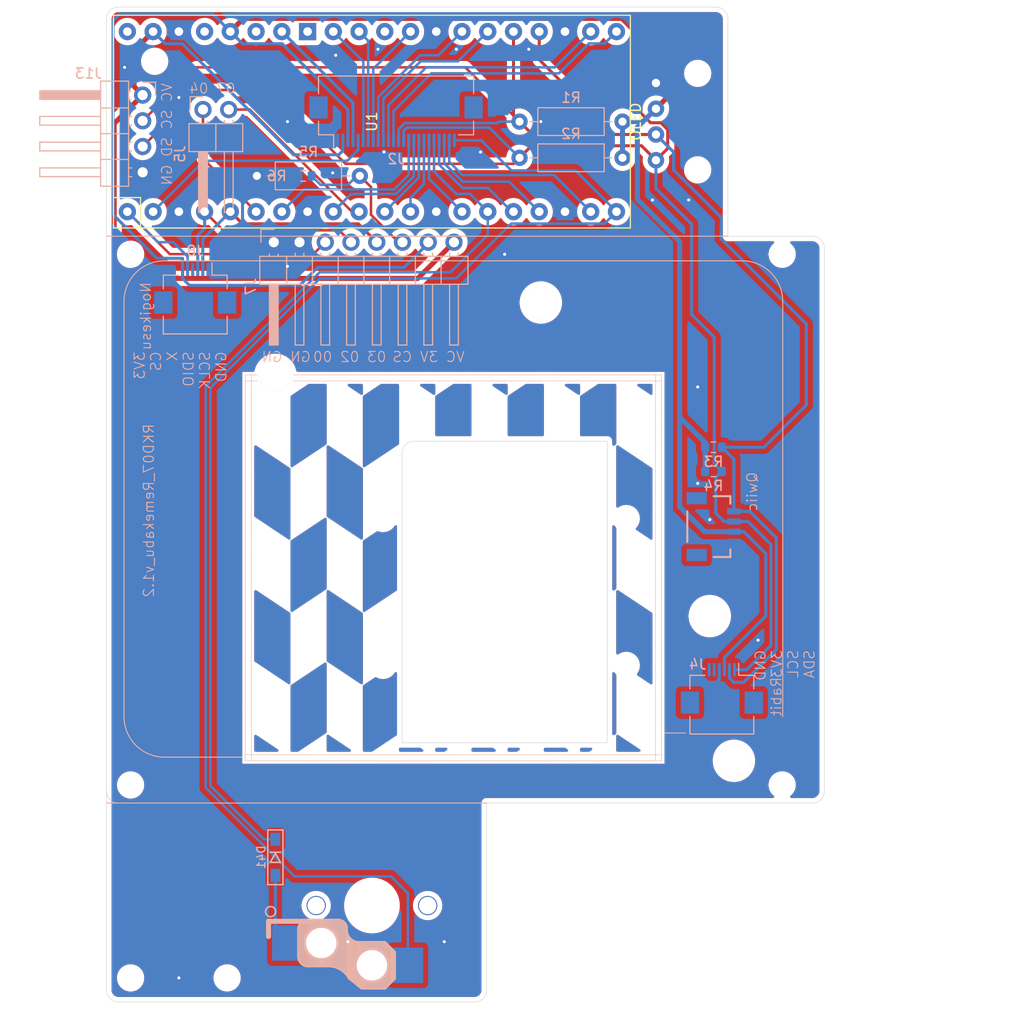
<source format=kicad_pcb>
(kicad_pcb (version 20241229) (generator "pcbnew") (generator_version "9.0")
  (layers (0 "F.Cu" signal) (2 "B.Cu" signal) (13 "F.Paste" user) (15 "B.Paste" user) (5 "F.SilkS" user "F.Silkscreen") (7 "B.SilkS" user "B.Silkscreen") (1 "F.Mask" user) (3 "B.Mask" user) (25 "Edge.Cuts" user))
  (net 0 "")
  (net 1 "VCC")
  (net 2 "GND")
  (net 3 "3V3")
  (net 13 "ROW4_L")
  (net 14 "COL9_L")
  (net 15 "SDA{slash}SCK_L")
  (net 16 "COL4_L")
  (net 17 "COL10_L")
  (net 18 "ROW1_L")
  (net 19 "COL2_L")
  (net 20 "ROW3_L")
  (net 21 "COL13_L")
  (net 22 "COL8_L")
  (net 23 "COL0_L")
  (net 24 "ROW0_L")
  (net 25 "COL6_L")
  (net 26 "COL3_L")
  (net 27 "COL7_L")
  (net 28 "COL5_L")
  (net 29 "COL1_L")
  (net 30 "SCL{slash}TX_L")
  (net 31 "ROW2_L")
  (net 32 "COL12_L")
  (net 33 "COL11_L")
  (net 34 "GP04")
  (net 35 "GP07")
  (net 36 "Net-(D41-A)")
  (net 37 "GP02")
  (net 38 "GP03")
  (net 40 "GP00")
  (net 41 "CS")
  (footprint "kbd_Hole:m2_Screw_Hole" (layer "F.Cu") (at 145.25625 52.3875)
    (property "Reference" "Ref**")
    (property "Value" "Val**")
  )
  (footprint "Rikkodo_FootPrint:rkd_cutdot_no_edgecut_1" (layer "F.Cu") (at 132.159494 102.095652)
    (property "Reference" "REF**" (hide yes))
    (property "Value" "rkd_cutdot_no_edgecut_1" (hide yes))
  )
  (footprint "Rikkodo_FootPrint:rkd_cutdot_no_edgecut_1_2" (layer "F.Cu") (at 93.166328 64.591352)
    (property "Reference" "REF**" (hide yes))
    (property "Value" "rkd_cutdot_no_edgecut_1_2" (hide yes))
  )
  (footprint "kbd_Hole:m2_Screw_Hole" (layer "F.Cu") (at 80.9625 123.825)
    (property "Reference" "Ref**")
    (property "Value" "Val**")
  )
  (footprint "Rikkodo_FootPrint:rkd_cutdot_no_edgecut_32" (layer "F.Cu") (at 92.571016 83.34368 90)
    (property "Reference" "REF**" (hide yes))
    (property "Value" "rkd_cutdot_no_edgecut_32" (hide yes))
  )
  (footprint "kbd_Hole:m2_Screw_Hole" (layer "F.Cu") (at 80.9625 52.3875)
    (property "Reference" "Ref**")
    (property "Value" "Val**")
  )
  (footprint "kbd_Hole:m2_Screw_Hole" (layer "F.Cu") (at 136.92199 34.528151)
    (property "Reference" "Ref**")
    (property "Value" "Val**")
  )
  (footprint "Rikkodo_FootPrint:rkd_cutdot_no_edgecut_4" (layer "F.Cu") (at 106.560848 64.591352)
    (property "Reference" "REF**" (hide yes))
    (property "Value" "rkd_cutdot_no_edgecut_4" (hide yes))
  )
  (footprint "kbd_Hole:m2_Screw_Hole" (layer "F.Cu") (at 136.92199 44.053159)
    (property "Reference" "Ref**")
    (property "Value" "Val**")
  )
  (footprint "Rikkodo_FootPrint:rkd_cutdot_no_edgecut_32" (layer "F.Cu") (at 112.514194 102.095652)
    (property "Reference" "REF**" (hide yes))
    (property "Value" "rkd_cutdot_no_edgecut_32" (hide yes))
  )
  (footprint "kbd_Hole:m2_Screw_Hole" (layer "F.Cu") (at 83.34375 33.3375)
    (property "Reference" "Ref**")
    (property "Value" "Val**")
  )
  (footprint "Rikkodo_FootPrint:rkd_cutdot_no_edgecut_4" (layer "F.Cu") (at 101.798352 64.591352)
    (property "Reference" "REF**" (hide yes))
    (property "Value" "rkd_cutdot_no_edgecut_4" (hide yes))
  )
  (footprint "kbd_Hole:m3_Screw_Hole_EdgeCuts" (layer "F.Cu") (at 95.25 64.29375)
    (property "Reference" "Ref**" (hide yes))
    (property "Value" "Val**" (hide yes))
    (fp_circle (center 0 0) (end 1.6 0) (stroke (width 0.01)) (fill no) (layer "Edge.Cuts"))
  )
  (footprint "Rikkodo_FootPrint:rkd_RPi_Pico_TH_NODBG" (layer "F.Cu") (at 104.775 39.290625 90)
    (property "Reference" "U1")
    (property "Value" "Pico")
  )
  (footprint "kbd_Hole:m2_Screw_Hole" (layer "F.Cu") (at 90.4875 123.825)
    (property "Reference" "Ref**")
    (property "Value" "Val**")
  )
  (footprint "kbd_Hole:m2_Screw_Hole" (layer "F.Cu") (at 145.25625 104.775)
    (property "Reference" "Ref**")
    (property "Value" "Val**")
  )
  (footprint "kbd_Hole:m2_Screw_Hole" (layer "F.Cu") (at 80.9625 104.775)
    (property "Reference" "Ref**")
    (property "Value" "Val**")
  )
  (footprint "Rikkodo_FootPrint:rkd_cutdot_no_edgecut_4" (layer "F.Cu") (at 111.323344 64.591352)
    (property "Reference" "REF**" (hide yes))
    (property "Value" "rkd_cutdot_no_edgecut_4" (hide yes))
  )
  (footprint "Rikkodo_FootPrint:rkd_cutdot_no_edgecut_1_2" (layer "F.Cu") (at 93.166328 102.096008)
    (property "Reference" "REF**" (hide yes))
    (property "Value" "rkd_cutdot_no_edgecut_1_2" (hide yes))
  )
  (footprint "Rikkodo_FootPrint:rkd_cutdot_no_edgecut_1" (layer "F.Cu") (at 97.631398 64.590996)
    (property "Reference" "REF**" (hide yes))
    (property "Value" "rkd_cutdot_no_edgecut_1" (hide yes))
  )
  (footprint "kbd_Hole:m3_Screw_Hole_EdgeCuts" (layer "F.Cu") (at 121.44375 57.15)
    (property "Reference" "Ref**" (hide yes))
    (property "Value" "Val**" (hide yes))
    (fp_circle (center 0 0) (end 1.6 0) (stroke (width 0.01)) (fill no) (layer "Edge.Cuts"))
  )
  (footprint "BrownSugar_KBD:OLED_center_display" (layer "F.Cu") (at 114.3 39.290625 90)
    (property "Reference" "OL1")
    (property "Value" "OLED")
  )
  (footprint "Rikkodo_FootPrint:rkd_Asm_ChocV1V2_Hotswap_1u" (layer "F.Cu") (at 104.775 116.68125)
    (property "Reference" "SW41" (hide yes))
    (property "Value" "SW_Push" (hide yes))
  )
  (footprint "kbd_Parts:Diode_SMD" (layer "F.Cu") (at 95.25 111.91875 -90)
    (property "Reference" "D41")
    (property "Value" "D" (hide yes))
  )
  (footprint "Rikkodo_FootPrint:rkd_cutdot_no_edgecut_1" (layer "F.Cu") (at 98.822022 64.590996)
    (property "Reference" "REF**" (hide yes))
    (property "Value" "rkd_cutdot_no_edgecut_1" (hide yes))
  )
  (footprint "Rikkodo_FootPrint:rkd_cutdot_no_edgecut_16" (layer "F.Cu") (at 123.229812 64.590996)
    (property "Reference" "REF**" (hide yes))
    (property "Value" "rkd_cutdot_no_edgecut_16" (hide yes))
  )
  (footprint "kbd_Hole:m3_Screw_Hole_EdgeCuts" (layer "F.Cu") (at 140.49375 102.39375)
    (property "Reference" "Ref**" (hide yes))
    (property "Value" "Val**" (hide yes))
    (fp_circle (center 0 0) (end 1.6 0) (stroke (width 0.01)) (fill no) (layer "Edge.Cuts"))
  )
  (footprint "Rikkodo_FootPrint:rkd_cutdot_no_edgecut_32" (layer "F.Cu") (at 133.052232 83.34368 90)
    (property "Reference" "REF**" (hide yes))
    (property "Value" "rkd_cutdot_no_edgecut_32" (hide yes))
  )
  (footprint "kbd_Hole:m3_Screw_Hole_EdgeCuts" (layer "F.Cu") (at 138.112384 88.106176)
    (property "Reference" "Ref**" (hide yes))
    (property "Value" "Val**" (hide yes))
    (fp_circle (center 0 0) (end 1.6 0) (stroke (width 0.01)) (fill no) (layer "Edge.Cuts"))
  )
  (footprint "Rikkodo_FootPrint:rkd_Point_Screw_Hall" (layer "F.Cu") (at 117.871875 85.725 -90)
    (property "Reference" "Point1" (hide yes))
    (property "Value" "PointScrewHall" (hide yes))
  )
  (footprint "Connector_PinHeader_2.54mm:PinHeader_1x02_P2.54mm_Horizontal" (layer "B.Cu") (at 88.10625 38.1 -90)
    (property "Reference" "J5")
    (property "Value" "Conn_01x02_Socket")
  )
  (footprint "Resistor_THT:R_Axial_DIN0207_L6.3mm_D2.5mm_P10.16mm_Horizontal" (layer "B.Cu") (at 103.584288 44.6484 180)
    (property "Reference" "R5")
    (property "Value" "1kΩ")
  )
  (footprint "Resistor_SMD:R_0603_1608Metric" (layer "B.Cu") (at 138.478242 71.43756)
    (property "Reference" "R3")
    (property "Value" "1kΩ")
  )
  (footprint "Connector_PinHeader_2.54mm:PinHeader_1x04_P2.54mm_Horizontal" (layer "B.Cu") (at 82.153125 36.67125 180)
    (property "Reference" "J13")
    (property "Value" "Conn_01x04")
  )
  (footprint "Connector_FFC-FPC:Hirose_FH12-6S-0.5SH_1x06-1MP_P0.50mm_Horizontal" (layer "B.Cu") (at 87.3375 55.75 180)
    (property "Reference" "J8")
    (property "Value" "Conn_01x06")
  )
  (footprint "SparkFun-Connector:JST_SMD_1.0mm-4_Black" (layer "B.Cu") (at 140.49375 79.271875 90)
    (property "Reference" "J3")
    (property "Value" "Qwiic_RA")
  )
  (footprint "DreaM117er-keebLibrary:Hirose_FH12-6S-0.5SH_1x06-1MP_P0.50mm_Horizontal" (layer "B.Cu") (at 139.303125 95.25 180)
    (property "Reference" "J4")
    (property "Value" "Conn_01x06")
  )
  (footprint "Resistor_SMD:R_0603_1608Metric" (layer "B.Cu") (at 138.478242 73.81881)
    (property "Reference" "R4")
    (property "Value" "1kΩ")
  )
  (footprint "Resistor_SMD:R_0603_1608Metric" (layer "B.Cu") (at 97.996958 44.648475 180)
    (property "Reference" "R6")
    (property "Value" "1kΩ")
  )
  (footprint "Connector_FFC-FPC:Hirose_FH12-24S-0.5SH_1x24-1MP_P0.50mm_Horizontal" (layer "B.Cu") (at 107.15634 39.290655)
    (property "Reference" "J2")
    (property "Value" "Conn_01x24")
  )
  (footprint "Resistor_THT:R_Axial_DIN0207_L6.3mm_D2.5mm_P10.16mm_Horizontal" (layer "B.Cu") (at 129.500417 42.8625 180)
    (property "Reference" "R2")
    (property "Value" "1kΩ")
  )
  (footprint "Connector_PinHeader_2.54mm:PinHeader_1x08_P2.54mm_Horizontal" (layer "B.Cu") (at 95.09125 51.196875 -90)
    (property "Reference" "J7")
    (property "Value" "Conn_01x08")
  )
  (footprint "Resistor_THT:R_Axial_DIN0207_L6.3mm_D2.5mm_P10.16mm_Horizontal" (layer "B.Cu") (at 129.500417 39.290655 180)
    (property "Reference" "R1")
    (property "Value" "1kΩ")
  )
  (gr_line (start 132.754576 64.293696) (end 133.349888 64.293696) (stroke (width 0.05)) (layer "B.SilkS"))
  (gr_arc (start 84.311814 102.032873) (mid 81.483387 100.8613) (end 80.311814 98.032873) (stroke (width 0.1)) (layer "B.SilkS"))
  (gr_line (start 132.754576 102.393664) (end 133.349888 102.393664) (stroke (width 0.05)) (layer "B.SilkS"))
  (gr_line (start 116.086035 106.561027) (end 78.581316 106.561027) (stroke (width 0.1)) (layer "B.SilkS"))
  (gr_arc (start 79.77185 106.560875) (mid 78.92995 106.212149) (end 78.581224 105.370249) (stroke (width 0.05)) (layer "B.SilkS"))
  (gr_line (start 84.3118 102.032873) (end 91.975704 102.032873) (stroke (width 0.1)) (layer "B.SilkS"))
  (gr_arc (start 80.311814 57.032873) (mid 81.483397 54.204468) (end 84.311814 53.032873) (stroke (width 0.1)) (layer "B.SilkS"))
  (gr_line (start 132.754576 64.889008) (end 133.349888 64.889008) (stroke (width 0.05)) (layer "B.SilkS"))
  (gr_line (start 92.27336 64.889008) (end 92.868672 64.889008) (stroke (width 0.05)) (layer "B.SilkS"))
  (gr_line (start 132.754576 101.798352) (end 133.349888 101.798352) (stroke (width 0.05)) (layer "B.SilkS"))
  (gr_line (start 145.311814 57.032873) (end 145.311814 98.032873) (stroke (width 0.1)) (layer "B.SilkS"))
  (gr_line (start 92.27336 101.798352) (end 92.868672 101.798352) (stroke (width 0.05)) (layer "B.SilkS"))
  (gr_line (start 84.311814 53.032873) (end 141.311815 53.032874) (stroke (width 0.1)) (layer "B.SilkS"))
  (gr_line (start 80.311814 98.032873) (end 80.311814 57.032873) (stroke (width 0.1)) (layer "B.SilkS"))
  (gr_line (start 92.27336 64.293696) (end 92.868672 64.293696) (stroke (width 0.05)) (layer "B.SilkS"))
  (gr_line (start 139.898555 50.601605) (end 78.581316 50.601605) (stroke (width 0.1)) (layer "B.SilkS"))
  (gr_line (start 133.647544 99.651623) (end 135.731364 99.651623) (stroke (width 0.1)) (layer "B.SilkS"))
  (gr_arc (start 141.311815 53.032874) (mid 144.140241 54.20445) (end 145.311814 57.032873) (stroke (width 0.1)) (layer "B.SilkS"))
  (gr_line (start 92.27336 102.393664) (end 92.868672 102.393664) (stroke (width 0.05)) (layer "B.SilkS"))
  (gr_line (start 127.992295 70.842247) (end 127.992295 100.607897) (stroke (width 0.05)) (layer "Edge.Cuts"))
  (gr_arc (start 107.751771 72.032907) (mid 108.100475 71.190986) (end 108.942396 70.842282) (stroke (width 0.05)) (layer "Edge.Cuts"))
  (gr_arc (start 149.42367 105.370529) (mid 149.070442 106.216896) (end 148.220367 106.561103) (stroke (width 0.05)) (layer "Edge.Cuts"))
  (gr_line (start 79.771875 27.979708) (end 138.707929 27.979708) (stroke (width 0.05)) (layer "Edge.Cuts"))
  (gr_arc (start 138.707929 27.979686) (mid 139.549832 28.328418) (end 139.898577 29.170311) (stroke (width 0.05)) (layer "Edge.Cuts"))
  (gr_arc (start 78.581392 29.170409) (mid 78.930113 28.328529) (end 79.772017 27.979784) (stroke (width 0.05)) (layer "Edge.Cuts"))
  (gr_line (start 114.895418 126.20625) (end 79.771942 126.206251) (stroke (width 0.05)) (layer "Edge.Cuts"))
  (gr_arc (start 148.232963 50.601615) (mid 149.074842 50.950359) (end 149.423587 51.792239) (stroke (width 0.05)) (layer "Edge.Cuts"))
  (gr_line (start 148.219997 106.5611) (end 116.086035 106.561027) (stroke (width 0.05)) (layer "Edge.Cuts"))
  (gr_line (start 139.898574 29.160641) (end 139.898555 50.601605) (stroke (width 0.05)) (layer "Edge.Cuts"))
  (gr_arc (start 79.771942 126.206251) (mid 78.930042 125.857525) (end 78.581316 125.015625) (stroke (width 0.05)) (layer "Edge.Cuts"))
  (gr_line (start 127.992295 100.607897) (end 107.751653 100.607897) (stroke (width 0.05)) (layer "Edge.Cuts"))
  (gr_line (start 149.422426 51.792686) (end 149.423563 105.370401) (stroke (width 0.05)) (layer "Edge.Cuts"))
  (gr_line (start 139.898555 50.601605) (end 148.232963 50.601605) (stroke (width 0.05)) (layer "Edge.Cuts"))
  (gr_line (start 116.086035 106.561027) (end 116.086036 125.019964) (stroke (width 0.05)) (layer "Edge.Cuts"))
  (gr_line (start 78.581314 29.170409) (end 78.581316 125.015625) (stroke (width 0.05)) (layer "Edge.Cuts"))
  (gr_arc (start 116.086044 125.015625) (mid 115.73731 125.857516) (end 114.895418 126.206251) (stroke (width 0.05)) (layer "Edge.Cuts"))
  (gr_line (start 108.942279 70.842247) (end 127.992295 70.842247) (stroke (width 0.05)) (layer "Edge.Cuts"))
  (gr_line (start 107.751653 100.607897) (end 107.751771 72.0328) (stroke (width 0.05)) (layer "Edge.Cuts"))
  (gr_text "VC SC SD GN" (at 85.129616 35.421064 90) (layer "B.SilkS") (effects (font (size 1 1) (thickness 0.1)) (justify left bottom mirror)))
  (gr_text "03 02 00" (at 106.263192 63.103072 0) (layer "B.SilkS") (effects (font (size 1 1) (thickness 0.1)) (justify left bottom mirror)))
  (gr_text "GN GN" (at 98.821792 63.103072 0) (layer "B.SilkS") (effects (font (size 1 1) (thickness 0.1)) (justify left bottom mirror)))
  (gr_text "Nogikesu" (at 83.046024 55.06636 90) (layer "B.SilkS") (effects (font (size 1 1) (thickness 0.1)) (justify left bottom mirror)))
  (gr_text "VC 3V CS" (at 114.002248 63.103072 0) (layer "B.SilkS") (effects (font (size 1 1) (thickness 0.1)) (justify left bottom mirror)))
  (gr_text "Qwiic" (at 142.875 73.81875 90) (layer "B.SilkS") (effects (font (size 1 1) (thickness 0.1)) (justify left bottom mirror)))
  (gr_text "Rabit" (at 145.25625 94.059375 90) (layer "B.SilkS") (effects (font (size 1 1) (thickness 0.1)) (justify left bottom mirror)))
  (gr_text "RKD07_Remekabu_v1.2" (at 83.34375 69.05625 90) (layer "B.SilkS") (effects (font (size 1 1) (thickness 0.1)) (justify left bottom mirror)))
  (gr_text "07 04" (at 91.380392 36.611688 0) (layer "B.SilkS") (effects (font (size 1 1) (thickness 0.1)) (justify left bottom mirror)))
  (gr_text "GND\n3V3\nSCL\nSDA" (at 148.530344 91.380392 90) (layer "B.SilkS") (effects (font (size 1 1) (thickness 0.1)) (justify left bottom mirror)))
  (gr_text "3V3\nCS\nX\nSDIO\nSCLK\nGND" (at 90.4875 61.9125 90) (layer "B.SilkS") (effects (font (size 1 1) (thickness 0.1)) (justify left bottom mirror)))
  (segment (start 79.344 39.480375) (end 79.344 53.15025) (width 0.5) (layer "F.Cu") (net 1))
  (segment (start 81.303125 35.82125) (end 81.303125 32.2825) (width 0.5) (layer "F.Cu") (net 1))
  (segment (start 81.303125 32.2825) (end 83.185 30.400625) (width 0.5) (layer "F.Cu") (net 1))
  (segment (start 80.9625 54.76875) (end 109.299375 54.76875) (width 0.5) (layer "F.Cu") (net 1))
  (segment (start 82.153125 36.67125) (end 81.303125 35.82125) (width 0.5) (layer "F.Cu") (net 1))
  (segment (start 82.153125 36.67125) (end 79.344 39.480375) (width 0.5) (layer "F.Cu") (net 1))
  (segment (start 79.344 53.15025) (end 80.9625 54.76875) (width 0.5) (layer "F.Cu") (net 1))
  (segment (start 109.299375 54.76875) (end 112.87125 51.196875) (width 0.5) (layer "F.Cu") (net 1))
  (segment (start 84.386 31.601625) (end 83.185 30.400625) (width 0.3) (layer "B.Cu") (net 1))
  (segment (start 101.500817 42.564808) (end 97.039241 42.564808) (width 0.3) (layer "B.Cu") (net 1))
  (segment (start 86.076058 31.601625) (end 84.386 31.601625) (width 0.3) (layer "B.Cu") (net 1))
  (segment (start 101.90634 42.159285) (end 101.500817 42.564808) (width 0.3) (layer "B.Cu") (net 1))
  (segment (start 101.90634 41.140655) (end 101.90634 42.159285) (width 0.3) (layer "B.Cu") (net 1))
  (segment (start 97.039241 42.564808) (end 86.076058 31.601625) (width 0.3) (layer "B.Cu") (net 1))
  (segment (start 129.46625 32.146875) (end 132.8 35.480625) (width 0.5) (layer "F.Cu") (net 2))
  (segment (start 123.825 30.400625) (end 125.57125 32.146875) (width 0.5) (layer "F.Cu") (net 2))
  (segment (start 125.57125 32.146875) (end 129.46625 32.146875) (width 0.5) (layer "F.Cu") (net 2))
  (segment (start 81.835625 44.29125) (end 85.725 48.180625) (width 0.5) (layer "F.Cu") (net 2))
  (segment (start 95.09125 51.196875) (end 88.74125 51.196875) (width 0.5) (layer "F.Cu") (net 2))
  (segment (start 82.153125 44.29125) (end 82.153125 44.60875) (width 0.5) (layer "F.Cu") (net 2))
  (segment (start 88.74125 51.196875) (end 85.725 48.180625) (width 0.5) (layer "F.Cu") (net 2))
  (segment (start 82.153125 44.60875) (end 85.725 48.180625) (width 0.5) (layer "F.Cu") (net 2))
  (segment (start 95.09125 51.196875) (end 97.63125 51.196875) (width 0.5) (layer "F.Cu") (net 2))
  (via (at 100.905384 44.350744) (size 0.6) (drill 0.3) (layers "F.Cu" "B.Cu") (net 2))
  (via (at 136.028792 47.029648) (size 0.6) (drill 0.3) (layers "F.Cu" "B.Cu") (net 2))
  (via (at 142.875 90.4875) (size 0.6) (drill 0.3) (layers "F.Cu" "B.Cu") (net 2))
  (via (at 105.370224 32.146848) (size 0.6) (drill 0.3) (layers "F.Cu" "B.Cu") (net 2))
  (via (at 111.91875 120.253125) (size 0.6) (drill 0.3) (layers "F.Cu" "B.Cu") (net 2))
  (via (at 121.44375 39.290625) (size 0.6) (drill 0.3) (layers "F.Cu" "B.Cu") (net 2))
  (via (at 115.490625 42.29691) (size 0.6) (drill 0.3) (layers "F.Cu" "B.Cu") (net 2))
  (via (at 132.45692 47.029648) (size 0.6) (drill 0.3) (layers "F.Cu" "B.Cu") (net 2))
  (via (at 113.10928 32.146848) (size 0.6) (drill 0.3) (layers "F.Cu" "B.Cu") (net 2))
  (via (at 96.440625 53.578125) (size 0.6) (drill 0.3) (layers "F.Cu" "B.Cu") (net 2))
  (via (at 138.1125 78.58125) (size 0.6) (drill 0.3) (layers "F.Cu" "B.Cu") (net 2))
  (via (at 102.39375 120.253125) (size 0.6) (drill 0.3) (layers "F.Cu" "B.Cu") (net 2))
  (via (at 80.367255 33.932841) (size 0.6) (drill 0.3) (layers "F.Cu" "B.Cu") (net 2))
  (via (at 136.921875 75.009375) (size 0.6) (drill 0.3) (layers "F.Cu" "B.Cu") (net 2))
  (via (at 136.92176 65.48432) (size 0.6) (drill 0.3) (layers "F.Cu" "B.Cu") (net 2))
  (via (at 96.440625 39.290625) (size 0.6) (drill 0.3) (layers "F.Cu" "B.Cu") (net 2))
  (via (at 120.253125 32.146875) (size 0.6) (drill 0.3) (layers "F.Cu" "B.Cu") (net 2))
  (via (at 105.965625 42.29691) (size 0.6) (drill 0.3) (layers "F.Cu" "B.Cu") (net 2))
  (via (at 117.871875 52.3875) (size 0.6) (drill 0.3) (layers "F.Cu" "B.Cu") (net 2))
  (via (at 85.725 123.825) (size 0.6) (drill 0.3) (layers "F.Cu" "B.Cu") (net 2))
  (via (at 101.20304 32.74216) (size 0.6) (drill 0.3) (layers "F.Cu" "B.Cu") (net 2))
  (via (at 85.725072 36.909406) (size 0.6) (drill 0.3) (layers "F.Cu" "B.Cu") (net 2))
  (segment (start 111.125 30.400625) (end 112.426 29.099625) (width 0.5) (layer "B.Cu") (net 2))
  (segment (start 140.49375 80.771875) (end 135.11875 80.771875) (width 0.5) (layer "B.Cu") (net 2))
  (segment (start 91.410687 46.434414) (end 87.471211 46.434414) (width 0.3) (layer "B.Cu") (net 2))
  (segment (start 134.242856 91.082735) (end 137.814728 94.654607) (width 0.5) (layer "B.Cu") (net 2))
  (segment (start 140.278277 80.771875) (end 140.49375 80.771875) (width 0.3) (layer "B.Cu") (net 2))
  (segment (start 127.992295 38.100029) (end 130.611699 35.480625) (width 0.5) (layer "B.Cu") (net 2))
  (segment (start 127.992295 44.980312) (end 127.992295 38.100029) (width 0.5) (layer "B.Cu") (net 2))
  (segment (start 85.725 30.400625) (end 96.46503 41.140655) (width 0.5) (layer "B.Cu") (net 2))
  (segment (start 87.471211 46.434414) (end 85.725 48.180625) (width 0.3) (layer "B.Cu") (net 2))
  (segment (start 96.46503 41.140655) (end 101.30534 41.140655) (width 0.5) (layer "B.Cu") (net 2))
  (segment (start 92.006 50.869) (end 92.006 47.029727) (width 0.3) (layer "B.Cu") (net 2))
  (segment (start 112.426 29.099625) (end 122.524 29.099625) (width 0.5) (layer "B.Cu") (net 2))
  (segment (start 138.707696 94.654607) (end 137.814728 94.654607) (width 0.3) (layer "B.Cu") (net 2))
  (segment (start 130.611699 35.480625) (end 132.8 35.480625) (width 0.5) (layer "B.Cu") (net 2))
  (segment (start 97.171883 44.6484) (end 97.171958 44.648475) (width 0.5) (layer "B.Cu") (net 2))
  (segment (start 92.006 47.029727) (end 91.410687 46.434414) (width 0.3) (layer "B.Cu") (net 2))
  (segment (start 89.257225 44.6484) (end 85.725 48.180625) (width 0.5) (layer "B.Cu") (net 2))
  (segment (start 122.524 29.099625) (end 123.825 30.400625) (width 0.5) (layer "B.Cu") (net 2))
  (segment (start 135.11875 80.771875) (end 134.242856 79.895981) (width 0.5) (layer "B.Cu") (net 2))
  (segment (start 93.772683 44.61775) (end 93.741958 44.648475) (width 0.25) (layer "B.Cu") (net 2))
  (segment (start 93.424288 44.6484) (end 97.171883 44.6484) (width 0.5) (layer "B.Cu") (net 2))
  (segment (start 97.171958 44.648475) (end 96.967272 44.443789) (width 0.25) (layer "B.Cu") (net 2))
  (segment (start 88.5875 53.9) (end 88.975 53.9) (width 0.3) (layer "B.Cu") (net 2))
  (segment (start 97.171958 44.648475) (end 97.141233 44.61775) (width 0.25) (layer "B.Cu") (net 2))
  (segment (start 139.053125 93.4) (end 139.053125 94.309178) (width 0.3) (layer "B.Cu") (net 2))
  (segment (start 93.424288 44.6484) (end 89.257225 44.6484) (width 0.5) (layer "B.Cu") (net 2))
  (segment (start 88.975 53.9) (end 92.006 50.869) (width 0.3) (layer "B.Cu") (net 2))
  (segment (start 134.242856 91.082735) (end 134.242856 79.895981) (width 0.5) (layer "B.Cu") (net 2))
  (segment (start 134.242856 51.230873) (end 127.992295 44.980312) (width 0.5) (layer "B.Cu") (net 2))
  (segment (start 134.242856 79.895981) (end 134.242856 51.230873) (width 0.5) (layer "B.Cu") (net 2))
  (segment (start 139.053125 94.309178) (end 138.707696 94.654607) (width 0.3) (layer "B.Cu") (net 2))
  (segment (start 129.443892 29.099625) (end 134.061 33.716733) (width 0.5) (layer "F.Cu") (net 3))
  (segment (start 90.805 30.400625) (end 92.106 29.099625) (width 0.5) (layer "F.Cu") (net 3))
  (segment (start 92.106 29.099625) (end 129.443892 29.099625) (width 0.5) (layer "F.Cu") (net 3))
  (segment (start 134.061 36.759625) (end 134.061 33.716733) (width 0.5) (layer "F.Cu") (net 3))
  (segment (start 132.8 38.020625) (end 134.061 36.759625) (width 0.5) (layer "F.Cu") (net 3))
  (segment (start 110.33125 51.30175) (end 110.33125 51.196875) (width 0.3) (layer "B.Cu") (net 3))
  (segment (start 140.49375 79.771875) (end 137.61675 79.771875) (width 0.5) (layer "B.Cu") (net 3))
  (segment (start 140.49375 79.771875) (end 141.46875 79.771875) (width 0.3) (layer "B.Cu") (net 3))
  (segment (start 137.61675 79.771875) (end 135.141738 77.296863) (width 0.5) (layer "B.Cu") (net 3))
  (segment (start 137.653242 71.43756) (end 137.653242 70.972499) (width 0.5) (layer "B.Cu") (net 3))
  (segment (start 79.232314 48.46641) (end 79.232314 29.305436) (width 0.3) (layer "B.Cu") (net 3))
  (segment (start 79.907042 28.630708) (end 89.035083 28.630708) (width 0.3) (layer "B.Cu") (net 3))
  (segment (start 130.96875 46.965403) (end 135.141738 51.138391) (width 0.5) (layer "B.Cu") (net 3))
  (segment (start 143.64375 88.106324) (end 139.553125 92.196949) (width 0.3) (layer "B.Cu") (net 3))
  (segment (start 92.006 31.601625) (end 95.91931 31.601625) (width 0.3) (layer "B.Cu") (net 3))
  (segment (start 129.500417 39.290655) (end 131.52997 39.290655) (width 0.5) (layer "B.Cu") (net 3))
  (segment (start 86.0875 52.781596) (end 83.5475 52.781596) (width 0.3) (layer "B.Cu") (net 3))
  (segment (start 139.553125 92.196949) (end 139.553125 93.4) (width 0.3) (layer "B.Cu") (net 3))
  (segment (start 143.64375 88.106324) (end 143.64375 81.946875) (width 0.3) (layer "B.Cu") (net 3))
  (segment (start 79.232314 29.305436) (end 79.907042 28.630708) (width 0.3) (layer "B.Cu") (net 3))
  (segment (start 95.91931 31.601625) (end 102.40634 38.088655) (width 0.3) (layer "B.Cu") (net 3))
  (segment (start 107.95 53.683) (end 110.33125 51.30175) (width 0.3) (layer "B.Cu") (net 3))
  (segment (start 86.77075 55.452) (end 97.652836 55.452) (width 0.3) (layer "B.Cu") (net 3))
  (segment (start 89.035083 28.630708) (end 90.805 30.400625) (width 0.3) (layer "B.Cu") (net 3))
  (segment (start 131.52997 39.290655) (end 132.8 38.020625) (width 0.5) (layer "B.Cu") (net 3))
  (segment (start 137.653242 71.43756) (end 137.653242 73.81881) (width 0.5) (layer "B.Cu") (net 3))
  (segment (start 83.5475 52.781596) (end 79.232314 48.46641) (width 0.3) (layer "B.Cu") (net 3))
  (segment (start 135.141738 51.138391) (end 135.141738 68.460995) (width 0.5) (layer "B.Cu") (net 3))
  (segment (start 86.0875 53.9) (end 86.0875 54.76875) (width 0.3) (layer "B.Cu") (net 3))
  (segment (start 141.46875 79.771875) (end 143.64375 81.946875) (width 0.3) (layer "B.Cu") (net 3))
  (segment (start 99.421836 53.683) (end 107.95 53.683) (width 0.3) (layer "B.Cu") (net 3))
  (segment (start 86.0875 53.9) (end 86.0875 52.781596) (width 0.3) (layer "B.Cu") (net 3))
  (segment (start 129.500417 39.290655) (end 129.500417 42.8625) (width 0.5) (layer "B.Cu") (net 3))
  (segment (start 97.652836 55.452) (end 99.421836 53.683) (width 0.3) (layer "B.Cu") (net 3))
  (segment (start 102.40634 38.088655) (end 102.40634 41.140655) (width 0.3) (layer "B.Cu") (net 3))
  (segment (start 86.0875 54.76875) (end 86.77075 55.452) (width 0.3) (layer "B.Cu") (net 3))
  (segment (start 92.006 31.601625) (end 90.805 30.400625) (width 0.3) (layer "B.Cu") (net 3))
  (segment (start 137.653242 70.972499) (end 135.141738 68.460995) (width 0.5) (layer "B.Cu") (net 3))
  (segment (start 131.52997 39.290655) (end 130.96875 39.851875) (width 0.5) (layer "B.Cu") (net 3))
  (segment (start 130.96875 39.851875) (end 130.96875 46.965403) (width 0.5) (layer "B.Cu") (net 3))
  (segment (start 135.141738 77.296863) (end 135.141738 68.460995) (width 0.5) (layer "B.Cu") (net 3))
  (segment (start 124.836913 44.112538) (end 128.905 48.180625) (width 0.25) (layer "B.Cu") (net 13))
  (segment (start 118.5215 49.356625) (end 127.729 49.356625) (width 0.25) (layer "B.Cu") (net 13))
  (segment (start 94.11481 110.14375) (end 88.834244 104.863184) (width 0.25) (layer "B.Cu") (net 13))
  (segment (start 115.554783 41.140655) (end 118.526666 44.112538) (width 0.25) (layer "B.Cu") (net 13))
  (segment (start 127.729 49.356625) (end 128.905 48.180625) (width 0.25) (layer "B.Cu") (net 13))
  (segment (start 118.526666 44.112538) (end 124.836913 44.112538) (width 0.25) (layer "B.Cu") (net 13))
  (segment (start 88.834244 104.863184) (end 88.834244 65.581568) (width 0.25) (layer "B.Cu") (net 13))
  (segment (start 112.90634 41.140655) (end 115.554783 41.140655) (width 0.25) (layer "B.Cu") (net 13))
  (segment (start 113.109421 54.768704) (end 118.5215 49.356625) (width 0.25) (layer "B.Cu") (net 13))
  (segment (start 99.647108 54.768704) (end 113.109421 54.768704) (width 0.25) (layer "B.Cu") (net 13))
  (segment (start 95.25 110.14375) (end 94.11481 110.14375) (width 0.25) (layer "B.Cu") (net 13))
  (segment (start 88.834244 65.581568) (end 99.647108 54.768704) (width 0.25) (layer "B.Cu") (net 13))
  (segment (start 111.323413 32.742212) (end 113.665 30.400625) (width 0.25) (layer "B.Cu") (net 14))
  (segment (start 105.40634 41.140655) (end 105.40634 36.873464) (width 0.25) (layer "B.Cu") (net 14))
  (segment (start 109.537592 32.742212) (end 111.323413 32.742212) (width 0.25) (layer "B.Cu") (net 14))
  (segment (start 105.40634 36.873464) (end 109.537592 32.742212) (width 0.25) (layer "B.Cu") (net 14))
  (segment (start 132.8 43.100625) (end 133.961 41.939625) (width 0.3) (layer "F.Cu") (net 15))
  (segment (start 133.961 40.079723) (end 133.280902 39.399625) (width 0.3) (layer "F.Cu") (net 15))
  (segment (start 133.280902 39.399625) (end 132.268375 39.399625) (width 0.3) (layer "F.Cu") (net 15))
  (segment (start 132.268375 39.399625) (end 129.778125 36.909375) (width 0.3) (layer "F.Cu") (net 15))
  (segment (start 87.734625 36.16975) (end 94.889788 36.16975) (width 0.25) (layer "F.Cu") (net 15))
  (segment (start 129.778125 36.909375) (end 125.015625 36.909375) (width 0.3) (layer "F.Cu") (net 15))
  (segment (start 125.015625 36.909375) (end 121.285 33.17875) (width 0.3) (layer "F.Cu") (net 15))
  (segment (start 82.153125 41.75125) (end 87.734625 36.16975) (width 0.25) (layer "F.Cu") (net 15))
  (segment (start 120.531042 41.671875) (end 131.37125 41.671875) (width 0.3) (layer "F.Cu") (net 15))
  (segment (start 133.961 41.939625) (end 133.961 40.079723) (width 0.3) (layer "F.Cu") (net 15))
  (segment (start 121.285 33.17875) (end 121.285 30.400625) (width 0.3) (layer "F.Cu") (net 15))
  (segment (start 102.177887 43.457849) (end 118.745068 43.457849) (width 0.25) (layer "F.Cu") (net 15))
  (segment (start 131.37125 41.671875) (end 132.8 43.100625) (width 0.3) (layer "F.Cu") (net 15))
  (segment (start 118.745068 43.457849) (end 119.340417 42.8625) (width 0.25) (layer "F.Cu") (net 15))
  (segment (start 94.889788 36.16975) (end 102.177887 43.457849) (width 0.25) (layer "F.Cu") (net 15))
  (segment (start 119.340417 42.8625) (end 120.531042 41.671875) (width 0.3) (layer "F.Cu") (net 15))
  (segment (start 139.51875 78.771875) (end 138.707929 77.961054) (width 0.3) (layer "B.Cu") (net 15))
  (segment (start 116.363885 39.885968) (end 119.340417 42.8625) (width 0.25) (layer "B.Cu") (net 15))
  (segment (start 132.8 43.100625) (end 132.8 45.884375) (width 0.3) (layer "B.Cu") (net 15))
  (segment (start 108.209027 39.885968) (end 116.363885 39.885968) (width 0.25) (layer "B.Cu") (net 15))
  (segment (start 132.8 45.884375) (end 136.326677 49.411052) (width 0.3) (layer "B.Cu") (net 15))
  (segment (start 138.707929 77.961054) (end 138.707929 74.414123) (width 0.3) (layer "B.Cu") (net 15))
  (segment (start 136.326677 49.411052) (end 136.326677 58.340674) (width 0.3) (layer "B.Cu") (net 15))
  (segment (start 107.90634 40.188655) (end 108.209027 39.885968) (width 0.25) (layer "B.Cu") (net 15))
  (segment (start 107.90634 41.140655) (end 107.90634 40.188655) (width 0.25) (layer "B.Cu") (net 15))
  (segment (start 144.14475 91.003886) (end 141.748636 93.4) (width 0.3) (layer "B.Cu") (net 15))
  (segment (start 136.326677 58.340674) (end 138.552242 60.566239) (width 0.3) (layer "B.Cu") (net 15))
  (segment (start 140.49375 78.771875) (end 139.51875 78.771875) (width 0.3) (layer "B.Cu") (net 15))
  (segment (start 138.707929 74.414123) (end 139.303242 73.81881) (width 0.3) (layer "B.Cu") (net 15))
  (segment (start 138.552242 60.566239) (end 138.552242 73.06781) (width 0.3) (layer "B.Cu") (net 15))
  (segment (start 141.748636 93.4) (end 140.553125 93.4) (width 0.3) (layer "B.Cu") (net 15))
  (segment (start 140.49375 78.771875) (end 141.875053 78.771875) (width 0.3) (layer "B.Cu") (net 15))
  (segment (start 141.875053 78.771875) (end 144.14475 81.041572) (width 0.3) (layer "B.Cu") (net 15))
  (segment (start 144.14475 81.041572) (end 144.14475 91.003886) (width 0.3) (layer "B.Cu") (net 15))
  (segment (start 138.552242 73.06781) (end 139.303242 73.81881) (width 0.3) (layer "B.Cu") (net 15))
  (segment (start 110.40634 44.921965) (end 113.665 48.180625) (width 0.25) (layer "B.Cu") (net 16))
  (segment (start 110.40634 41.140655) (end 110.40634 44.921965) (width 0.25) (layer "B.Cu") (net 16))
  (segment (start 108.585 30.400625) (end 104.90634 34.079285) (width 0.25) (layer "B.Cu") (net 17))
  (segment (start 104.90634 34.079285) (end 104.90634 41.140655) (width 0.25) (layer "B.Cu") (net 17))
  (segment (start 111.40634 41.140655) (end 111.40634 43.540715) (width 0.25) (layer "B.Cu") (net 18))
  (segment (start 111.40634 43.540715) (end 113.704723 45.839098) (width 0.25) (layer "B.Cu") (net 18))
  (segment (start 116.244723 45.839098) (end 118.58625 48.180625) (width 0.25) (layer "B.Cu") (net 18))
  (segment (start 113.704723 45.839098) (end 116.244723 45.839098) (width 0.25) (layer "B.Cu") (net 18))
  (segment (start 109.40634 44.819285) (end 106.045 48.180625) (width 0.25) (layer "B.Cu") (net 19))
  (segment (start 109.40634 41.140655) (end 109.40634 44.819285) (width 0.25) (layer "B.Cu") (net 19))
  (segment (start 122.747913 44.563538) (end 126.365 48.180625) (width 0.25) (layer "B.Cu") (net 20))
  (segment (start 112.40634 43.265095) (end 113.704783 44.563538) (width 0.25) (layer "B.Cu") (net 20))
  (segment (start 112.40634 41.140655) (end 112.40634 43.265095) (width 0.25) (layer "B.Cu") (net 20))
  (segment (start 113.704783 44.563538) (end 122.747913 44.563538) (width 0.25) (layer "B.Cu") (net 20))
  (segment (start 88.205505 43.16012) (end 83.185 48.180625) (width 0.25) (layer "B.Cu") (net 21))
  (segment (start 102.338875 43.16012) (end 88.205505 43.16012) (width 0.25) (layer "B.Cu") (net 21))
  (segment (start 103.40634 41.140655) (end 103.40634 42.092655) (width 0.25) (layer "B.Cu") (net 21))
  (segment (start 103.40634 42.092655) (end 102.338875 43.16012) (width 0.25) (layer "B.Cu") (net 21))
  (segment (start 109.580089 33.337525) (end 113.2681 33.337525) (width 0.25) (layer "B.Cu") (net 22))
  (segment (start 105.90634 37.011274) (end 109.580089 33.337525) (width 0.25) (layer "B.Cu") (net 22))
  (segment (start 105.90634 41.140655) (end 105.90634 37.011274) (width 0.25) (layer "B.Cu") (net 22))
  (segment (start 113.2681 33.337525) (end 116.205 30.400625) (width 0.25) (layer "B.Cu") (net 22))
  (segment (start 116.205 30.400625) (end 115.59354 30.400625) (width 0.3) (layer "B.Cu") (net 22))
  (segment (start 115.69437 30.400625) (end 116.205 30.400625) (width 0.25) (layer "B.Cu") (net 22))
  (segment (start 108.40634 44.543665) (end 106.966594 45.983411) (width 0.25) (layer "B.Cu") (net 23))
  (segment (start 108.40634 41.140655) (end 108.40634 44.543665) (width 0.25) (layer "B.Cu") (net 23))
  (segment (start 106.966594 45.983411) (end 98.082214 45.983411) (width 0.25) (layer "B.Cu") (net 23))
  (segment (start 98.082214 45.983411) (end 95.885 48.180625) (width 0.25) (layer "B.Cu") (net 23))
  (segment (start 102.90634 37.421965) (end 95.885 30.400625) (width 0.3) (layer "B.Cu") (net 24))
  (segment (start 102.90634 41.140655) (end 102.90634 37.421965) (width 0.3) (layer "B.Cu") (net 24))
  (segment (start 123.229661 34.528151) (end 110.643224 34.528151) (width 0.25) (layer "B.Cu") (net 25))
  (segment (start 106.90634 41.140655) (end 106.93034 41.116655) (width 0.25) (layer "B.Cu") (net 25))
  (segment (start 106.90634 38.265035) (end 106.90634 41.140655) (width 0.25) (layer "B.Cu") (net 25))
  (segment (start 110.643224 34.528151) (end 106.90634 38.265035) (width 0.25) (layer "B.Cu") (net 25))
  (segment (start 128.905 30.400625) (end 127.729 31.576625) (width 0.25) (layer "B.Cu") (net 25))
  (segment (start 126.181187 31.576625) (end 123.229661 34.528151) (width 0.25) (layer "B.Cu") (net 25))
  (segment (start 127.729 31.576625) (end 126.181187 31.576625) (width 0.25) (layer "B.Cu") (net 25))
  (segment (start 109.90634 41.140655) (end 109.90634 45.47035) (width 0.25) (layer "B.Cu") (net 26))
  (segment (start 109.90634 45.47035) (end 108.585 46.79169) (width 0.25) (layer "B.Cu") (net 26))
  (segment (start 108.585 46.79169) (end 108.585 48.180625) (width 0.25) (layer "B.Cu") (net 26))
  (segment (start 110.132905 33.932838) (end 122.832787 33.932838) (width 0.25) (layer "B.Cu") (net 27))
  (segment (start 106.40634 41.140655) (end 106.40634 37.659403) (width 0.25) (layer "B.Cu") (net 27))
  (segment (start 106.40634 37.659403) (end 110.132905 33.932838) (width 0.25) (layer "B.Cu") (net 27))
  (segment (start 122.832787 33.932838) (end 126.365 30.400625) (width 0.25) (layer "B.Cu") (net 27))
  (segment (start 108.325 115.478713) (end 106.651537 113.80525) (width 0.25) (layer "B.Cu") (net 28))
  (segment (start 88.383244 65.394758) (end 99.619002 54.159) (width 0.25) (layer "B.Cu") (net 28))
  (segment (start 114.45875 46.434375) (end 116.205 48.180625) (width 0.25) (layer "B.Cu") (net 28))
  (segment (start 112.5285 54.159) (end 116.205 50.4825) (width 0.25) (layer "B.Cu") (net 28))
  (segment (start 116.205 50.4825) (end 116.205 48.180625) (width 0.25) (layer "B.Cu") (net 28))
  (segment (start 94.449 111.11575) (end 88.383244 105.049994) (width 0.25) (layer "B.Cu") (net 28))
  (segment (start 94.453 111.11975) (end 94.449 111.11975) (width 0.25) (layer "B.Cu") (net 28))
  (segment (start 88.383244 105.049994) (end 88.383244 65.394758) (width 0.25) (layer "B.Cu") (net 28))
  (segment (start 110.90634 41.140655) (end 110.90634 44.23134) (width 0.25) (layer "B.Cu") (net 28))
  (segment (start 99.619002 54.159) (end 112.5285 54.159) (width 0.25) (layer "B.Cu") (net 28))
  (segment (start 106.651537 113.80525) (end 97.1385 113.80525) (width 0.25) (layer "B.Cu") (net 28))
  (segment (start 94.449 111.11975) (end 94.449 111.11575) (width 0.25) (layer "B.Cu") (net 28))
  (segment (start 110.90634 44.23134) (end 113.109375 46.434375) (width 0.25) (layer "B.Cu") (net 28))
  (segment (start 97.1385 113.80525) (end 94.453 111.11975) (width 0.25) (layer "B.Cu") (net 28))
  (segment (start 108.325 122.58125) (end 108.325 115.478713) (width 0.25) (layer "B.Cu") (net 28))
  (segment (start 113.109375 46.434375) (end 114.45875 46.434375) (width 0.25) (layer "B.Cu") (net 28))
  (segment (start 108.90634 41.140655) (end 108.90634 44.681475) (width 0.25) (layer "B.Cu") (net 29))
  (segment (start 108.90634 44.681475) (end 107.153404 46.434411) (width 0.25) (layer "B.Cu") (net 29))
  (segment (start 102.711214 46.434411) (end 100.965 48.180625) (width 0.25) (layer "B.Cu") (net 29))
  (segment (start 107.153404 46.434411) (end 102.711214 46.434411) (width 0.25) (layer "B.Cu") (net 29))
  (segment (start 120.610387 40.560625) (end 132.8 40.560625) (width 0.3) (layer "F.Cu") (net 30))
  (segment (start 113.982603 33.932841) (end 119.340417 39.290655) (width 0.25) (layer "F.Cu") (net 30))
  (segment (start 118.745 30.400625) (end 118.745 38.695238) (width 0.3) (layer "F.Cu") (net 30))
  (segment (start 119.340417 39.290655) (end 120.610387 40.560625) (width 0.3) (layer "F.Cu") (net 30))
  (segment (start 118.745 38.695238) (end 119.340417 39.290655) (width 0.3) (layer "F.Cu") (net 30))
  (segment (start 87.431534 33.932841) (end 113.982603 33.932841) (width 0.25) (layer "F.Cu") (net 30))
  (segment (start 82.153125 39.21125) (end 87.431534 33.932841) (width 0.25) (layer "F.Cu") (net 30))
  (segment (start 140.053125 93.4) (end 140.053125 94.214025) (width 0.3) (layer "B.Cu") (net 30))
  (segment (start 139.303242 71.43756) (end 140.49375 72.628068) (width 0.3) (layer "B.Cu") (net 30))
  (segment (start 134.540625 44.053125) (end 134.540625 42.30125) (width 0.3) (layer "B.Cu") (net 30))
  (segment (start 107.40634 41.140655) (end 107.40634 40.050845) (width 0.25) (layer "B.Cu") (net 30))
  (segment (start 142.065625 77.771875) (end 144.678468 80.384718) (width 0.3) (layer "B.Cu") (net 30))
  (segment (start 139.24756 48.76006) (end 134.540625 44.053125) (width 0.3) (layer "B.Cu") (net 30))
  (segment (start 134.540625 42.30125) (end 132.8 40.560625) (width 0.3) (layer "B.Cu") (net 30))
  (segment (start 107.40634 40.050845) (end 108.022217 39.434968) (width 0.25) (layer "B.Cu") (net 30))
  (segment (start 147.637376 67.270617) (end 147.637376 59.261079) (width 0.3) (layer "B.Cu") (net 30))
  (segment (start 140.493868 94.654768) (end 141.445868 94.654768) (width 0.3) (layer "B.Cu") (net 30))
  (segment (start 144.678468 80.384718) (end 144.678468 91.422168) (width 0.3) (layer "B.Cu") (net 30))
  (segment (start 143.470433 71.43756) (end 147.637376 67.270617) (width 0.3) (layer "B.Cu") (net 30))
  (segment (start 139.303242 71.43756) (end 143.470433 71.43756) (width 0.3) (layer "B.Cu") (net 30))
  (segment (start 140.49375 77.771875) (end 140.49375 72.628068) (width 0.3) (layer "B.Cu") (net 30))
  (segment (start 141.445868 94.654768) (end 144.678468 91.422168) (width 0.3) (layer "B.Cu") (net 30))
  (segment (start 140.053125 94.214025) (end 140.493868 94.654768) (width 0.3) (layer "B.Cu") (net 30))
  (segment (start 117.132348 39.434968) (end 117.276661 39.290655) (width 0.25) (layer "B.Cu") (net 30))
  (segment (start 140.49375 77.771875) (end 142.065625 77.771875) (width 0.3) (layer "B.Cu") (net 30))
  (segment (start 139.247555 50.871258) (end 139.24756 50.871253) (width 0.3) (layer "B.Cu") (net 30))
  (segment (start 117.276661 39.290655) (end 119.340417 39.290655) (width 0.25) (layer "B.Cu") (net 30))
  (segment (start 108.022217 39.434968) (end 117.132348 39.434968) (width 0.25) (layer "B.Cu") (net 30))
  (segment (start 147.637376 59.261079) (end 139.247555 50.871258) (width 0.3) (layer "B.Cu") (net 30))
  (segment (start 139.24756 50.871253) (end 139.24756 48.76006) (width 0.3) (layer "B.Cu") (net 30))
  (segment (start 111.90634 43.402905) (end 113.726002 45.222567) (width 0.25) (layer "B.Cu") (net 31))
  (segment (start 113.726002 45.222567) (end 118.326942 45.222567) (width 0.25) (layer "B.Cu") (net 31))
  (segment (start 111.90634 41.140655) (end 111.90634 43.402905) (width 0.25) (layer "B.Cu") (net 31))
  (segment (start 118.326942 45.222567) (end 121.285 48.180625) (width 0.25) (layer "B.Cu") (net 31))
  (segment (start 103.90634 41.140655) (end 103.93034 41.116655) (width 0.25) (layer "B.Cu") (net 32))
  (segment (start 103.93034 33.365965) (end 100.965 30.400625) (width 0.25) (layer "B.Cu") (net 32))
  (segment (start 103.93034 41.116655) (end 103.93034 33.365965) (width 0.25) (layer "B.Cu") (net 32))
  (segment (start 104.40634 31.301965) (end 103.505 30.400625) (width 0.25) (layer "B.Cu") (net 33))
  (segment (start 104.40634 41.140655) (end 104.40634 31.301965) (width 0.25) (layer "B.Cu") (net 33))
  (segment (start 103.505 30.400625) (end 103.90634 30.801965) (width 0.3) (layer "B.Cu") (net 33))
  (segment (start 88.10625 38.1) (end 88.10625 42.941875) (width 0.25) (layer "F.Cu") (net 34))
  (segment (start 88.10625 42.941875) (end 93.345 48.180625) (width 0.25) (layer "F.Cu") (net 34))
  (segment (start 102.800501 48.180625) (end 103.505 48.180625) (width 0.25) (layer "F.Cu") (net 35))
  (segment (start 92.719876 38.1) (end 102.800501 48.180625) (width 0.25) (layer "F.Cu") (net 35))
  (segment (start 90.64625 38.1) (end 92.719876 38.1) (width 0.25) (layer "F.Cu") (net 35))
  (segment (start 95.25 113.69375) (end 95.25 119.20625) (width 0.3) (layer "B.Cu") (net 36))
  (segment (start 95.25 119.20625) (end 96.425 120.38125) (width 0.3) (layer "B.Cu") (net 36))
  (segment (start 90.10525 50.020875) (end 88.265 48.180625) (width 0.25) (layer "F.Cu") (net 37))
  (segment (start 102.71125 51.196875) (end 101.53525 50.020875) (width 0.25) (layer "F.Cu") (net 37))
  (segment (start 101.53525 50.020875) (end 90.10525 50.020875) (width 0.25) (layer "F.Cu") (net 37))
  (segment (start 87.5875 53.9) (end 87.5875 50.525) (width 0.3) (layer "B.Cu") (net 37))
  (segment (start 87.5875 50.525) (end 88.265 49.8475) (width 0.3) (layer "B.Cu") (net 37))
  (segment (start 88.265 49.8475) (end 88.265 48.180625) (width 0.3) (layer "B.Cu") (net 37))
  (segment (start 103.436 49.381625) (end 105.25125 51.196875) (width 0.3) (layer "F.Cu") (net 38))
  (segment (start 92.006 49.381625) (end 103.436 49.381625) (width 0.3) (layer "F.Cu") (net 38))
  (segment (start 90.805 48.180625) (end 92.006 49.381625) (width 0.3) (layer "F.Cu") (net 38))
  (segment (start 88.0875 50.898125) (end 90.805 48.180625) (width 0.3) (layer "B.Cu") (net 38))
  (segment (start 88.0875 53.9) (end 88.0875 50.898125) (width 0.3) (layer "B.Cu") (net 38))
  (segment (start 84.83725 52.372875) (end 80.645 48.180625) (width 0.25) (layer "F.Cu") (net 40))
  (segment (start 98.99525 52.372875) (end 84.83725 52.372875) (width 0.25) (layer "F.Cu") (net 40))
  (segment (start 100.17125 51.196875) (end 98.99525 52.372875) (width 0.25) (layer "F.Cu") (net 40))
  (segment (start 86.5875 53.9) (end 86.5875 52.60843) (width 0.25) (layer "B.Cu") (net 40))
  (segment (start 83.66125 51.196875) (end 80.645 48.180625) (width 0.25) (layer "B.Cu") (net 40))
  (segment (start 86.5875 52.60843) (end 85.175945 51.196875) (width 0.25) (layer "B.Cu") (net 40))
  (segment (start 85.175945 51.196875) (end 83.66125 51.196875) (width 0.25) (layer "B.Cu") (net 40))
  (segment (start 107.398134 51.196875) (end 107.79125 51.196875) (width 0.25) (layer "F.Cu") (net 41))
  (segment (start 104.681 48.479741) (end 107.398134 51.196875) (width 0.25) (layer "F.Cu") (net 41))
  (segment (start 103.584288 44.6484) (end 104.681 45.745112) (width 0.25) (layer "F.Cu") (net 41))
  (segment (start 104.681 45.745112) (end 104.681 48.479741) (width 0.25) (layer "F.Cu") (net 41))
  (segment (start 99.705894 45.532411) (end 98.821958 44.648475) (width 0.25) (layer "B.Cu") (net 41))
  (segment (start 103.286632 44.6484) (end 102.402621 45.532411) (width 0.25) (layer "B.Cu") (net 41))
  (segment (start 103.584288 44.6484) (end 103.286632 44.6484) (width 0.25) (layer "B.Cu") (net 41))
  (segment (start 102.402621 45.532411) (end 99.705894 45.532411) (width 0.25) (layer "B.Cu") (net 41))
  (zone (net 0) (net_name "") (layers "F.Cu" "B.Cu") (name "deco") (connect_pads (clearance 0)) (min_thickness 0.25)
    (keepout (tracks allowed) (vias allowed) (pads allowed) (copperpour not_allowed) (footprints allowed))
    (fill (thermal_gap 0.5) (thermal_bridge_width 0.5))
    (polygon (pts (xy 103.88192 73.521014) (xy 103.88192 80.664764) (xy 107.453795 78.283514) (xy 107.453795 71.139764)))
  )
  (zone (net 0) (net_name "") (layers "F.Cu" "B.Cu") (name "deco") (connect_pads (clearance 0)) (min_thickness 0.25)
    (keepout (tracks allowed) (vias allowed) (pads allowed) (copperpour not_allowed) (footprints allowed))
    (fill (thermal_gap 0.5) (thermal_bridge_width 0.5))
    (polygon (pts (xy 118.16942 73.521014) (xy 118.16942 80.664764) (xy 121.741295 78.283514) (xy 121.741295 71.139764)))
  )
  (zone (net 0) (net_name "") (layers "F.Cu" "B.Cu") (name "deco") (connect_pads (clearance 0)) (min_thickness 0.25)
    (keepout (tracks allowed) (vias allowed) (pads allowed) (copperpour not_allowed) (footprints allowed))
    (fill (thermal_gap 0.5) (thermal_bridge_width 0.5))
    (polygon (pts (xy 107.453795 99.714764) (xy 107.453795 92.571014) (xy 111.02567 94.952264) (xy 111.02567 102.096014)))
  )
  (zone (net 0) (net_name "") (layers "F.Cu" "B.Cu") (name "deco") (connect_pads (clearance 0)) (min_thickness 0.25)
    (keepout (tracks allowed) (vias allowed) (pads allowed) (copperpour not_allowed) (footprints allowed))
    (fill (thermal_gap 0.5) (thermal_bridge_width 0.5))
    (polygon (pts (xy 103.88192 87.808514) (xy 103.88192 94.952264) (xy 107.453795 92.571014) (xy 107.453795 85.427264)))
  )
  (zone (net 0) (net_name "") (layers "F.Cu" "B.Cu") (name "deco") (connect_pads (clearance 0)) (min_thickness 0.25)
    (keepout (tracks allowed) (vias allowed) (pads allowed) (copperpour not_allowed) (footprints allowed))
    (fill (thermal_gap 0.5) (thermal_bridge_width 0.5))
    (polygon (pts (xy 114.597545 85.427264) (xy 114.597545 78.283514) (xy 118.16942 80.664764) (xy 118.16942 87.808514)))
  )
  (zone (net 0) (net_name "") (layers "F.Cu" "B.Cu") (name "deco") (connect_pads (clearance 0)) (min_thickness 0.25)
    (keepout (tracks allowed) (vias allowed) (pads allowed) (copperpour not_allowed) (footprints allowed))
    (fill (thermal_gap 0.5) (thermal_bridge_width 0.5))
    (polygon (pts (xy 111.02567 87.808514) (xy 111.02567 94.952264) (xy 114.597545 92.571014) (xy 114.597545 85.427264)))
  )
  (zone (net 0) (net_name "") (layers "F.Cu" "B.Cu") (connect_pads (clearance 0)) (min_thickness 0.25)
    (keepout (tracks allowed) (vias allowed) (pads allowed) (copperpour not_allowed) (footprints allowed))
    (fill (thermal_gap 0.5) (thermal_bridge_width 0.5))
    (polygon (pts (xy 91.975704 102.69132) (xy 93.166328 102.69132) (xy 93.166328 63.99604) (xy 91.975704 63.99604)))
  )
  (zone (net 0) (net_name "") (layers "F.Cu" "B.Cu") (name "deco") (connect_pads (clearance 0)) (min_thickness 0.25)
    (keepout (tracks allowed) (vias allowed) (pads allowed) (copperpour not_allowed) (footprints allowed))
    (fill (thermal_gap 0.5) (thermal_bridge_width 0.5))
    (polygon (pts (xy 103.881944 63.99604) (xy 103.88192 66.377264) (xy 107.453795 63.996014)))
  )
  (zone (net 0) (net_name "") (layers "F.Cu" "B.Cu") (name "deco") (connect_pads (clearance 0)) (min_thickness 0.25)
    (keepout (tracks allowed) (vias allowed) (pads allowed) (copperpour not_allowed) (footprints allowed))
    (fill (thermal_gap 0.5) (thermal_bridge_width 0.5))
    (polygon (pts (xy 125.313176 63.99604) (xy 125.31317 66.377264) (xy 128.885045 63.996014)))
  )
  (zone (net 0) (net_name "") (layers "F.Cu" "B.Cu") (name "deco") (connect_pads (clearance 0)) (min_thickness 0.25)
    (keepout (tracks allowed) (vias allowed) (pads allowed) (copperpour not_allowed) (footprints allowed))
    (fill (thermal_gap 0.5) (thermal_bridge_width 0.5))
    (polygon (pts (xy 125.31317 87.808514) (xy 125.31317 94.952264) (xy 128.885045 92.571014) (xy 128.885045 85.427264)))
  )
  (zone (net 0) (net_name "") (layers "F.Cu" "B.Cu") (name "deco") (connect_pads (clearance 0)) (min_thickness 0.25)
    (keepout (tracks allowed) (vias allowed) (pads allowed) (copperpour not_allowed) (footprints allowed))
    (fill (thermal_gap 0.5) (thermal_bridge_width 0.5))
    (polygon (pts (xy 96.73817 87.808514) (xy 96.73817 94.952264) (xy 100.310045 92.571014) (xy 100.310045 85.427264)))
  )
  (zone (net 0) (net_name "") (layers "F.Cu" "B.Cu") (connect_pads (clearance 0)) (min_thickness 0.25)
    (keepout (tracks allowed) (vias allowed) (pads allowed) (copperpour not_allowed) (footprints allowed))
    (fill (thermal_gap 0.5) (thermal_bridge_width 0.5))
    (polygon (pts (xy 132.45692 102.69132) (xy 133.647544 102.69132) (xy 133.647544 63.99604) (xy 132.45692 63.99604)))
  )
  (zone (net 0) (net_name "") (layers "F.Cu" "B.Cu") (name "deco") (connect_pads (clearance 0)) (min_thickness 0.25)
    (keepout (tracks allowed) (vias allowed) (pads allowed) (copperpour not_allowed) (footprints allowed))
    (fill (thermal_gap 0.5) (thermal_bridge_width 0.5))
    (polygon (pts (xy 111.02567 102.096014) (xy 111.02571 102.69132) (xy 114.597582 102.69132) (xy 114.597545 99.714764)))
  )
  (zone (net 0) (net_name "") (layers "F.Cu" "B.Cu") (name "deco") (connect_pads (clearance 0)) (min_thickness 0.25)
    (keepout (tracks allowed) (vias allowed) (pads allowed) (copperpour not_allowed) (footprints allowed))
    (fill (thermal_gap 0.5) (thermal_bridge_width 0.5))
    (polygon (pts (xy 96.73816 101.99681) (xy 96.7382 102.69132) (xy 100.310072 102.69132) (xy 100.310035 99.61556)))
  )
  (zone (net 0) (net_name "") (layers "F.Cu" "B.Cu") (name "deco") (connect_pads (clearance 0)) (min_thickness 0.25)
    (keepout (tracks allowed) (vias allowed) (pads allowed) (copperpour not_allowed) (footprints allowed))
    (fill (thermal_gap 0.5) (thermal_bridge_width 0.5))
    (polygon (pts (xy 121.741295 85.427264) (xy 121.741295 78.283514) (xy 125.31317 80.664764) (xy 125.31317 87.808514)))
  )
  (zone (net 0) (net_name "") (layers "F.Cu" "B.Cu") (name "deco") (connect_pads (clearance 0)) (min_thickness 0.25)
    (keepout (tracks allowed) (vias allowed) (pads allowed) (copperpour not_allowed) (footprints allowed))
    (fill (thermal_gap 0.5) (thermal_bridge_width 0.5))
    (polygon (pts (xy 125.31317 73.521014) (xy 125.31317 80.664764) (xy 128.885045 78.283514) (xy 128.885045 71.139764)))
  )
  (zone (net 0) (net_name "") (layers "F.Cu" "B.Cu") (name "deco") (connect_pads (clearance 0)) (min_thickness 0.25)
    (keepout (tracks allowed) (vias allowed) (pads allowed) (copperpour not_allowed) (footprints allowed))
    (fill (thermal_gap 0.5) (thermal_bridge_width 0.5))
    (polygon (pts (xy 111.02567 63.99604) (xy 111.02567 66.377264) (xy 114.597545 63.996014)))
  )
  (zone (net 0) (net_name "") (layers "F.Cu" "B.Cu") (name "deco") (connect_pads (clearance 0)) (min_thickness 0.25)
    (keepout (tracks allowed) (vias allowed) (pads allowed) (copperpour not_allowed) (footprints allowed))
    (fill (thermal_gap 0.5) (thermal_bridge_width 0.5))
    (polygon (pts (xy 100.310045 99.714764) (xy 100.310045 92.571014) (xy 103.88192 94.952264) (xy 103.88192 102.096014)))
  )
  (zone (net 0) (net_name "") (layers "F.Cu" "B.Cu") (name "deco") (connect_pads (clearance 0)) (min_thickness 0.25)
    (keepout (tracks allowed) (vias allowed) (pads allowed) (copperpour not_allowed) (footprints allowed))
    (fill (thermal_gap 0.5) (thermal_bridge_width 0.5))
    (polygon (pts (xy 107.453795 71.139764) (xy 107.453795 63.996014) (xy 111.02567 66.377264) (xy 111.02567 73.521014)))
  )
  (zone (net 0) (net_name "") (layers "F.Cu" "B.Cu") (name "deco") (connect_pads (clearance 0)) (min_thickness 0.25)
    (keepout (tracks allowed) (vias allowed) (pads allowed) (copperpour not_allowed) (footprints allowed))
    (fill (thermal_gap 0.5) (thermal_bridge_width 0.5))
    (polygon (pts (xy 128.885045 71.139764) (xy 128.885045 63.996014) (xy 132.45692 66.377264) (xy 132.45692 73.521014)))
  )
  (zone (net 0) (net_name "") (layers "F.Cu" "B.Cu") (connect_pads (clearance 0)) (min_thickness 0.25)
    (keepout (tracks allowed) (vias allowed) (pads allowed) (copperpour not_allowed) (footprints allowed))
    (fill (thermal_gap 0.5) (thermal_bridge_width 0.5))
    (polygon (pts (xy 92.27336 101.500696) (xy 92.27336 102.69132) (xy 133.349888 102.69132) (xy 133.349888 101.500696)))
  )
  (zone (net 0) (net_name "") (layers "F.Cu" "B.Cu") (name "deco") (connect_pads (clearance 0)) (min_thickness 0.25)
    (keepout (tracks allowed) (vias allowed) (pads allowed) (copperpour not_allowed) (footprints allowed))
    (fill (thermal_gap 0.5) (thermal_bridge_width 0.5))
    (polygon (pts (xy 96.73817 73.521014) (xy 96.73817 80.664764) (xy 100.310045 78.283514) (xy 100.310045 71.139764)))
  )
  (zone (net 0) (net_name "") (layers "F.Cu" "B.Cu") (name "deco") (connect_pads (clearance 0)) (min_thickness 0.25)
    (keepout (tracks allowed) (vias allowed) (pads allowed) (copperpour not_allowed) (footprints allowed))
    (fill (thermal_gap 0.5) (thermal_bridge_width 0.5))
    (polygon (pts (xy 121.741295 71.139764) (xy 121.741295 63.996014) (xy 125.31317 66.377264) (xy 125.31317 73.521014)))
  )
  (zone (net 0) (net_name "") (layers "F.Cu" "B.Cu") (name "deco") (connect_pads (clearance 0)) (min_thickness 0.25)
    (keepout (tracks allowed) (vias allowed) (pads allowed) (copperpour not_allowed) (footprints allowed))
    (fill (thermal_gap 0.5) (thermal_bridge_width 0.5))
    (polygon (pts (xy 93.166295 71.139764) (xy 93.166295 63.996014) (xy 96.73817 66.377264) (xy 96.73817 73.521014)))
  )
  (zone (net 0) (net_name "") (layers "F.Cu" "B.Cu") (name "deco") (connect_pads (clearance 0)) (min_thickness 0.25)
    (keepout (tracks allowed) (vias allowed) (pads allowed) (copperpour not_allowed) (footprints allowed))
    (fill (thermal_gap 0.5) (thermal_bridge_width 0.5))
    (polygon (pts (xy 100.310045 85.427264) (xy 100.310045 78.283514) (xy 103.88192 80.664764) (xy 103.88192 87.808514)))
  )
  (zone (net 0) (net_name "") (layers "F.Cu" "B.Cu") (name "deco") (connect_pads (clearance 0)) (min_thickness 0.25)
    (keepout (tracks allowed) (vias allowed) (pads allowed) (copperpour not_allowed) (footprints allowed))
    (fill (thermal_gap 0.5) (thermal_bridge_width 0.5))
    (polygon (pts (xy 118.16942 87.808514) (xy 118.16942 94.952264) (xy 121.741295 92.571014) (xy 121.741295 85.427264)))
  )
  (zone (net 0) (net_name "") (layers "F.Cu" "B.Cu") (priority 2) (connect_pads (clearance 0.5)) (min_thickness 0.25) (fill yes (thermal_gap 0.5) (thermal_bridge_width 0.5) (island_removal_mode 1) (island_area_min 10))
    (polygon (pts (xy 92.27336 63.99604) (xy 92.27336 102.69132) (xy 133.349888 102.69132) (xy 133.349888 63.99604)))
  )
  (zone (net 0) (net_name "") (layers "F.Cu" "B.Cu") (connect_pads (clearance 0)) (min_thickness 0.25)
    (keepout (tracks allowed) (vias allowed) (pads allowed) (copperpour not_allowed) (footprints allowed))
    (fill (thermal_gap 0.5) (thermal_bridge_width 0.5))
    (polygon (pts (xy 92.27336 63.99604) (xy 92.27336 65.186664) (xy 133.349888 65.186664) (xy 133.349888 63.99604)))
  )
  (zone (net 0) (net_name "") (layers "F.Cu" "B.Cu") (name "deco") (connect_pads (clearance 0)) (min_thickness 0.25)
    (keepout (tracks allowed) (vias allowed) (pads allowed) (copperpour not_allowed) (footprints allowed))
    (fill (thermal_gap 0.5) (thermal_bridge_width 0.5))
    (polygon (pts (xy 100.310045 71.139764) (xy 100.310045 63.996014) (xy 103.88192 66.377264) (xy 103.88192 73.521014)))
  )
  (zone (net 0) (net_name "") (layers "F.Cu" "B.Cu") (name "deco") (connect_pads (clearance 0)) (min_thickness 0.25)
    (keepout (tracks allowed) (vias allowed) (pads allowed) (copperpour not_allowed) (footprints allowed))
    (fill (thermal_gap 0.5) (thermal_bridge_width 0.5))
    (polygon (pts (xy 118.169432 63.99604) (xy 118.16942 66.377264) (xy 121.741295 63.996014)))
  )
  (zone (net 2) (net_name "GND") (layers "F.Cu" "B.Cu") (priority 1) (connect_pads yes (clearance 0.5)) (min_thickness 0.25) (fill yes (thermal_gap 0.5) (thermal_bridge_width 0.5))
    (polygon (pts (xy 78.581316 27.979704) (xy 78.581316 126.206356) (xy 116.681348 126.206356) (xy 116.681348 107.15634) (xy 150.018876 107.15634) (xy 150.018876 50.006292) (xy 140.493868 50.006292) (xy 140.493868 27.979704)))
  )
  (zone (net 0) (net_name "") (layers "F.Cu" "B.Cu") (name "deco") (connect_pads (clearance 0)) (min_thickness 0.25)
    (keepout (tracks allowed) (vias allowed) (pads allowed) (copperpour not_allowed) (footprints allowed))
    (fill (thermal_gap 0.5) (thermal_bridge_width 0.5))
    (polygon (pts (xy 103.88192 102.096014) (xy 103.88196 102.69132) (xy 107.453816 102.69132) (xy 107.453795 99.714764)))
  )
  (zone (net 0) (net_name "") (layers "F.Cu" "B.Cu") (name "deco") (connect_pads (clearance 0)) (min_thickness 0.25)
    (keepout (tracks allowed) (vias allowed) (pads allowed) (copperpour not_allowed) (footprints allowed))
    (fill (thermal_gap 0.5) (thermal_bridge_width 0.5))
    (polygon (pts (xy 96.7382 63.99604) (xy 96.73817 66.377264) (xy 100.310045 63.996014)))
  )
  (zone (net 0) (net_name "") (layers "F.Cu" "B.Cu") (name "deco") (connect_pads (clearance 0)) (min_thickness 0.25)
    (keepout (tracks allowed) (vias allowed) (pads allowed) (copperpour not_allowed) (footprints allowed))
    (fill (thermal_gap 0.5) (thermal_bridge_width 0.5))
    (polygon (pts (xy 128.885045 99.714764) (xy 128.885045 92.571014) (xy 132.45692 94.952264) (xy 132.45692 102.096014)))
  )
  (zone (net 0) (net_name "") (layers "F.Cu" "B.Cu") (name "deco") (connect_pads (clearance 0)) (min_thickness 0.25)
    (keepout (tracks allowed) (vias allowed) (pads allowed) (copperpour not_allowed) (footprints allowed))
    (fill (thermal_gap 0.5) (thermal_bridge_width 0.5))
    (polygon (pts (xy 114.597545 99.714764) (xy 114.597545 92.571014) (xy 118.16942 94.952264) (xy 118.16942 102.096014)))
  )
  (zone (net 0) (net_name "") (layers "F.Cu" "B.Cu") (name "deco") (connect_pads (clearance 0)) (min_thickness 0.25)
    (keepout (tracks allowed) (vias allowed) (pads allowed) (copperpour not_allowed) (footprints allowed))
    (fill (thermal_gap 0.5) (thermal_bridge_width 0.5))
    (polygon (pts (xy 128.885045 85.427264) (xy 128.885045 78.283514) (xy 132.45692 80.664764) (xy 132.45692 87.808514)))
  )
  (zone (net 0) (net_name "") (layers "F.Cu" "B.Cu") (name "deco") (connect_pads (clearance 0)) (min_thickness 0.25)
    (keepout (tracks allowed) (vias allowed) (pads allowed) (copperpour not_allowed) (footprints allowed))
    (fill (thermal_gap 0.5) (thermal_bridge_width 0.5))
    (polygon (pts (xy 107.453795 85.427264) (xy 107.453795 78.283514) (xy 111.02567 80.664764) (xy 111.02567 87.808514)))
  )
  (zone (net 0) (net_name "") (layers "F.Cu" "B.Cu") (name "deco") (connect_pads (clearance 0)) (min_thickness 0.25)
    (keepout (tracks allowed) (vias allowed) (pads allowed) (copperpour not_allowed) (footprints allowed))
    (fill (thermal_gap 0.5) (thermal_bridge_width 0.5))
    (polygon (pts (xy 93.166295 85.427264) (xy 93.166295 78.283514) (xy 96.73817 80.664764) (xy 96.73817 87.808514)))
  )
  (zone (net 0) (net_name "") (layers "F.Cu" "B.Cu") (name "deco") (connect_pads (clearance 0)) (min_thickness 0.25)
    (keepout (tracks allowed) (vias allowed) (pads allowed) (copperpour not_allowed) (footprints allowed))
    (fill (thermal_gap 0.5) (thermal_bridge_width 0.5))
    (polygon (pts (xy 125.31317 102.096014) (xy 125.610832 102.69132) (xy 128.885048 102.69132) (xy 128.885045 99.714764)))
  )
  (zone (net 0) (net_name "") (layers "F.Cu" "B.Cu") (name "deco") (connect_pads (clearance 0)) (min_thickness 0.25)
    (keepout (tracks allowed) (vias allowed) (pads allowed) (copperpour not_allowed) (footprints allowed))
    (fill (thermal_gap 0.5) (thermal_bridge_width 0.5))
    (polygon (pts (xy 121.741295 99.714764) (xy 121.741295 92.571014) (xy 125.31317 94.952264) (xy 125.31317 102.096014)))
  )
  (zone (net 0) (net_name "") (layers "F.Cu" "B.Cu") (name "deco") (connect_pads (clearance 0)) (min_thickness 0.25)
    (keepout (tracks allowed) (vias allowed) (pads allowed) (copperpour not_allowed) (footprints allowed))
    (fill (thermal_gap 0.5) (thermal_bridge_width 0.5))
    (polygon (pts (xy 93.166295 99.714764) (xy 93.166295 92.571014) (xy 96.73817 94.952264) (xy 96.73817 102.096014)))
  )
  (zone (net 0) (net_name "") (layers "F.Cu" "B.Cu") (name "deco") (connect_pads (clearance 0)) (min_thickness 0.25)
    (keepout (tracks allowed) (vias allowed) (pads allowed) (copperpour not_allowed) (footprints allowed))
    (fill (thermal_gap 0.5) (thermal_bridge_width 0.5))
    (polygon (pts (xy 118.16942 102.096014) (xy 118.16946 102.69132) (xy 121.741304 102.69132) (xy 121.741295 99.714764)))
  )
  (zone (net 0) (net_name "") (layers "F.Cu" "B.Cu") (name "deco") (connect_pads (clearance 0)) (min_thickness 0.25)
    (keepout (tracks allowed) (vias allowed) (pads allowed) (copperpour not_allowed) (footprints allowed))
    (fill (thermal_gap 0.5) (thermal_bridge_width 0.5))
    (polygon (pts (xy 114.597545 71.139764) (xy 114.597545 63.996014) (xy 118.16942 66.377264) (xy 118.16942 73.521014)))
  )
  (zone (net 0) (net_name "") (layers "F.Cu" "B.Cu") (name "deco") (connect_pads (clearance 0)) (min_thickness 0.25)
    (keepout (tracks allowed) (vias allowed) (pads allowed) (copperpour not_allowed) (footprints allowed))
    (fill (thermal_gap 0.5) (thermal_bridge_width 0.5))
    (polygon (pts (xy 111.02567 73.521014) (xy 111.02567 80.664764) (xy 114.597545 78.283514) (xy 114.597545 71.139764)))
  )
)
</source>
